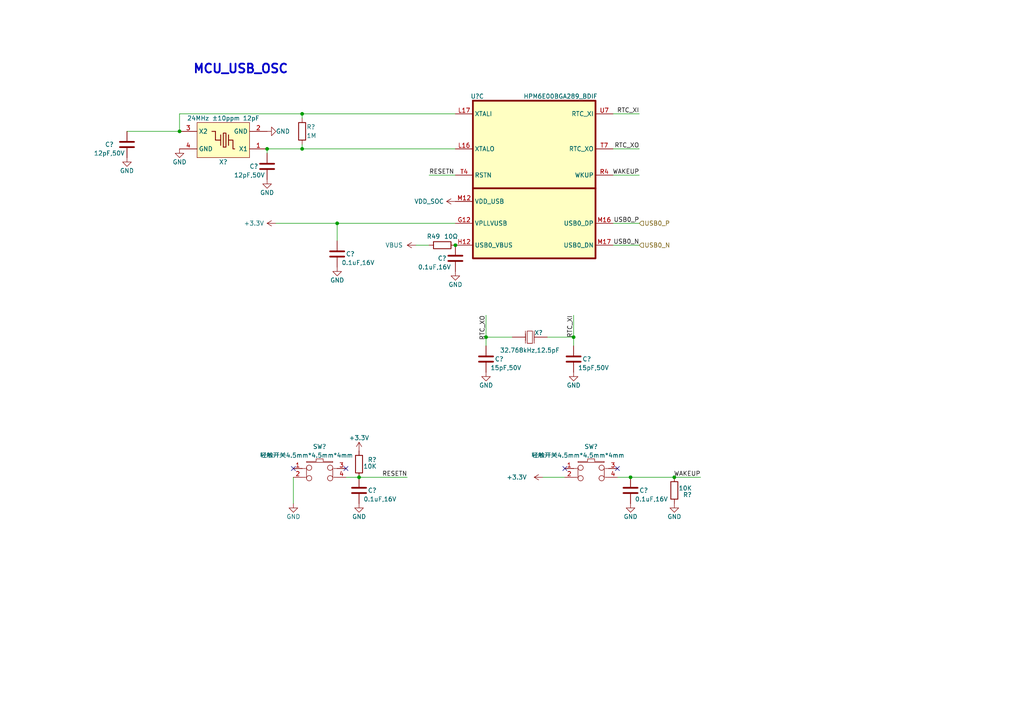
<source format=kicad_sch>
(kicad_sch (version 20230121) (generator eeschema)
  (paper "A4")
  (title_block (title "HPM6E00FULLPORTRevB") (date "2024-09-12") (rev "RevA") (comment 1 "MCU_USB_OSC"))
  (junction (at 104.14 138.43))
  (junction (at 195.58 138.43))
  (junction (at 140.97 97.79))
  (junction (at 87.63 43.18))
  (junction (at 77.47 43.18))
  (junction (at 52.07 38.1))
  (junction (at 182.88 138.43))
  (junction (at 166.37 97.79))
  (junction (at 132.08 71.12))
  (junction (at 87.63 33.02))
  (junction (at 97.79 64.77))
  (no_connect (at 179.07 135.89))
  (no_connect (at 163.83 135.89))
  (no_connect (at 85.09 135.89))
  (no_connect (at 100.33 135.89))
  (wire (pts (xy 140.97 100.33) (xy 140.97 97.79)))
  (wire (pts (xy 87.63 34.29) (xy 87.63 33.02)))
  (wire (pts (xy 177.8 43.18) (xy 185.42 43.18)))
  (wire (pts (xy 87.63 43.18) (xy 132.08 43.18)))
  (wire (pts (xy 166.37 97.79) (xy 166.37 100.33)))
  (wire (pts (xy 97.79 64.77) (xy 132.08 64.77)))
  (wire (pts (xy 157.48 138.43) (xy 163.83 138.43)))
  (wire (pts (xy 36.83 38.1) (xy 52.07 38.1)))
  (wire (pts (xy 140.97 91.44) (xy 140.97 97.79)) (stroke (width 0.15)))
  (wire (pts (xy 85.09 138.43) (xy 85.09 146.05)))
  (wire (pts (xy 97.79 69.85) (xy 97.79 64.77)))
  (wire (pts (xy 185.42 64.77) (xy 177.8 64.77)))
  (wire (pts (xy 52.07 33.02) (xy 87.63 33.02)))
  (wire (pts (xy 166.37 97.79) (xy 166.37 91.44)) (stroke (width 0.15)))
  (wire (pts (xy 182.88 138.43) (xy 195.58 138.43)))
  (wire (pts (xy 52.07 38.1) (xy 52.07 33.02)))
  (wire (pts (xy 185.42 50.8) (xy 177.8 50.8)))
  (wire (pts (xy 124.46 50.8) (xy 132.08 50.8)))
  (wire (pts (xy 140.97 97.79) (xy 148.59 97.79)) (stroke (width 0.15)))
  (wire (pts (xy 120.65 71.12) (xy 124.46 71.12)))
  (wire (pts (xy 179.07 138.43) (xy 182.88 138.43)))
  (wire (pts (xy 100.33 138.43) (xy 104.14 138.43)))
  (wire (pts (xy 185.42 33.02) (xy 177.8 33.02)))
  (wire (pts (xy 158.75 97.79) (xy 166.37 97.79)) (stroke (width 0.15)))
  (wire (pts (xy 80.01 64.77) (xy 97.79 64.77)))
  (wire (pts (xy 77.47 43.18) (xy 87.63 43.18)))
  (wire (pts (xy 185.42 71.12) (xy 177.8 71.12)))
  (wire (pts (xy 77.47 44.45) (xy 77.47 43.18)))
  (wire (pts (xy 87.63 41.91) (xy 87.63 43.18)))
  (wire (pts (xy 87.63 33.02) (xy 132.08 33.02)))
  (wire (pts (xy 203.2 138.43) (xy 195.58 138.43)))
  (wire (pts (xy 104.14 138.43) (xy 118.11 138.43)))
  (text "MCU_USB_OSC" (at 55.88 21.59 0) (effects (font (size 2.54 2.54) (thickness 0.508) bold) (justify left bottom)))
  (label "USB0_P" (at 185.42 64.77 180))
  (label "RTC_XI" (at 166.37 91.44 270))
  (label "RTC_XI" (at 185.42 33.02 180))
  (label "RESETN" (at 124.46 50.8 0))
  (label "WAKEUP" (at 185.42 50.8 180))
  (label "WAKEUP" (at 203.2 138.43 180))
  (label "RESETN" (at 118.11 138.43 180))
  (label "RTC_XO" (at 185.42 43.18 180))
  (label "USB0_N" (at 185.42 71.12 180))
  (label "RTC_XO" (at 140.97 91.44 270))
  (hierarchical_label "USB0_P" (shape input) (at 185.42 64.77 0))
  (hierarchical_label "USB0_N" (shape input) (at 185.42 71.12 0))
  (symbol (lib_id "power:GND") (at 195.58 146.05 0) (unit 1)
    (property "Reference" "#PWR?" (effects hide))
    (property "Value" "GND" (at 193.548 149.86 0) (effects (justify left)))
    (instances (project "HPM5300-USB-OSC" (path "" (reference "#PWR?") (unit 1))) (project "HPM6E00 SKT Board BGA289_BDIF REVA" (path "" (reference "#PWR?") (unit 1))) (project "HPM6E00FULLPORTRevB" (path "" (reference "#PWR046") (unit 1))) (project "HPM5300 SKT Board LQFP100 REVA" (path "" (reference "#PWR?") (unit 1))))
  )
  (symbol (lib_id "03_HPM_Capacitance:12pF,50V_0402") (at 77.47 48.26 0) (mirror y) (unit 1)
    (property "Reference" "C?" (at 74.93 48.26 0) (effects (justify left)))
    (property "Value" "12pF,50V" (at 76.835 50.8 0) (effects (justify left)))
    (property "Footprint" "03_HPM_Capacitance:C_0402_1005Metric" (effects hide))
    (property "Model" "CC0402JRNPO9BN120" (effects hide))
    (property "Company" " YAGEO(国巨)" (effects hide))
    (instances (project "HPM5300-USB-OSC" (path "" (reference "C?") (unit 1))) (project "HPM6E00 SKT Board BGA289_BDIF REVA" (path "" (reference "C?") (unit 1))) (project "HPM6E00FULLPORTRevB" (path "" (reference "C20") (unit 1))) (project "HPM5300 SKT Board LQFP100 REVA" (path "" (reference "C?") (unit 1))))
  )
  (symbol (lib_id "98_POWER:GND") (at 104.14 146.05 0) (unit 1)
    (property "Reference" "#PWR?" (effects hide))
    (property "Value" "GND" (at 102.108 149.86 0) (effects (justify left)))
    (instances (project "HPM5300-USB-OSC" (path "" (reference "#PWR?") (unit 1))) (project "HPM6E00FULLPORTRevB" (path "" (reference "#PWR040") (unit 1))) (project "HPM5300 EVK REVC" (path "" (reference "#PWR?") (unit 1))))
  )
  (symbol (lib_id "11_HPM_Oscillator:32.768kHz,12.5pF,20PPM") (at 153.67 97.79 0) (unit 1)
    (property "Reference" "X?" (at 156.21 96.52 0))
    (property "Value" "32.768kHz,12.5pF" (at 153.67 101.6 0))
    (property "Footprint" "09_HPM_Oscillator:3215" (effects hide))
    (property "Model" " FC-135 32.7680KA-AC" (effects hide))
    (property "Company" "EPSON(爱普生)" (effects hide))
    (instances (project "HPM6E00 SKT Board BGA289_BDIF REVA" (path "" (reference "X?") (unit 1))) (project "HPM6E00FULLPORTRevB" (path "" (reference "X2") (unit 1))))
  )
  (symbol (lib_id "03_HPM_Capacitance:15pF,50V_0402") (at 140.97 104.14 0) (unit 1)
    (property "Reference" "C?" (at 143.51 104.14 0) (effects (justify left)))
    (property "Value" "15pF,50V" (at 142.24 106.68 0) (effects (justify left)))
    (property "Footprint" "03_HPM_Capacitance:C_0402_1005Metric" (effects hide))
    (property "Model" " CL05C150JB5NNNC" (effects hide))
    (property "Company" "SAMSUNG(三星)\n" (effects hide))
    (instances (project "HPM6E00 SKT Board BGA289_BDIF REVA" (path "" (reference "C?") (unit 1))) (project "HPM6E00FULLPORTRevB" (path "" (reference "C24") (unit 1))))
  )
  (symbol (lib_id "99_HPM:HPM6E00BGA289_BDIF") (at 137.16 29.21 0) (unit 3)
    (property "Reference" "U?" (at 138.43 27.94 0))
    (property "Value" "HPM6E00BGA289_BDIF" (at 162.56 27.94 0))
    (property "Footprint" "00_HPM_Library:BGA-289_17x17_14.0x14.0mm" (effects hide))
    (instances (project "HPM6E00 SKT Board BGA289_BDIF REVA" (path "" (reference "U?") (unit 3))) (project "HPM6E00FULLPORTRevB" (path "" (reference "U2") (unit 3))))
  )
  (symbol (lib_id "power:GND") (at 140.97 107.95 0) (unit 1)
    (property "Reference" "#PWR?" (effects hide))
    (property "Value" "GND" (at 138.938 111.76 0) (effects (justify left)))
    (instances (project "HPM5300-USB-OSC" (path "" (reference "#PWR?") (unit 1))) (project "HPM6E00 SKT Board BGA289_BDIF REVA" (path "" (reference "#PWR?") (unit 1))) (project "HPM6E00FULLPORTRevB" (path "" (reference "#PWR043") (unit 1))) (project "HPM5300 SKT Board LQFP100 REVA" (path "" (reference "#PWR?") (unit 1))))
  )
  (symbol (lib_id "02_HPM_Resistor:10K_0402") (at 104.14 134.62 270) (unit 1)
    (property "Reference" "R?" (at 107.95 133.35 90))
    (property "Value" "10K" (at 107.315 135.255 90))
    (property "Footprint" "02_HPM_Resistor:R_0402_1005Metric" (effects hide))
    (property "Model" "0402WGF1002TCE" (effects hide))
    (property "Company" "UNI-ROYAL(厚声)" (effects hide))
    (instances (project "HPM5300-USB-OSC" (path "" (reference "R?") (unit 1))) (project "HPM6E00FULLPORTRevB" (path "" (reference "R48") (unit 1))) (project "HPM5300 EVK REVC" (path "" (reference "R?") (unit 1))))
  )
  (symbol (lib_id "03_HPM_Capacitance:0.1uF,16V_0402") (at 97.79 73.66 0) (unit 1)
    (property "Reference" "C?" (at 100.33 73.66 0) (effects (justify left)))
    (property "Value" "0.1uF,16V" (at 99.06 76.2 0) (effects (justify left)))
    (property "Footprint" "03_HPM_Capacitance:C_0402_1005Metric" (effects hide))
    (property "Model" "CL05B104KO5NNNC" (effects hide))
    (property "Company" "SAMSUNG(三星)" (effects hide))
    (instances (project "HPM5300-USB-OSC" (path "" (reference "C?") (unit 1))) (project "HPM6E00 SKT Board BGA289_BDIF REVA" (path "" (reference "C?") (unit 1))) (project "HPM6E00FULLPORTRevB" (path "" (reference "C21") (unit 1))) (project "HPM5300 SKT Board LQFP100 REVA" (path "" (reference "C?") (unit 1))))
  )
  (symbol (lib_id "power:GND") (at 52.07 43.18 0) (unit 1)
    (property "Reference" "#PWR?" (effects hide))
    (property "Value" "GND" (at 50.038 46.99 0) (effects (justify left)))
    (instances (project "HPM5300-USB-OSC" (path "" (reference "#PWR?") (unit 1))) (project "HPM6E00 SKT Board BGA289_BDIF REVA" (path "" (reference "#PWR?") (unit 1))) (project "HPM6E00FULLPORTRevB" (path "" (reference "#PWR033") (unit 1))) (project "HPM5300 SKT Board LQFP100 REVA" (path "" (reference "#PWR?") (unit 1))))
  )
  (symbol (lib_id "power:GND") (at 132.08 78.74 0) (unit 1)
    (property "Reference" "#PWR?" (effects hide))
    (property "Value" "GND" (at 130.048 82.55 0) (effects (justify left)))
    (instances (project "HPM5300-USB-OSC" (path "" (reference "#PWR?") (unit 1))) (project "HPM6E00 SKT Board BGA289_BDIF REVA" (path "" (reference "#PWR?") (unit 1))) (project "HPM6E00FULLPORTRevB" (path "" (reference "#PWR042") (unit 1))) (project "HPM5300 SKT Board LQFP100 REVA" (path "" (reference "#PWR?") (unit 1))))
  )
  (symbol (lib_id "power:+3.3V") (at 104.14 130.81 0) (unit 1)
    (property "Reference" "#PWR?" (effects hide))
    (property "Value" "+3.3V" (at 104.14 127 0))
    (instances (project "HPM5300-USB-OSC" (path "" (reference "#PWR?") (unit 1))) (project "HPM6E00FULLPORTRevB" (path "" (reference "#PWR039") (unit 1))) (project "HPM5300 EVK REVC" (path "" (reference "#PWR?") (unit 1))))
  )
  (symbol (lib_id "power:+3.3V") (at 80.01 64.77 90) (unit 1)
    (property "Reference" "#PWR?" (effects hide))
    (property "Value" "+3.3V" (at 73.66 64.77 90))
    (instances (project "HPM5300-USB-OSC" (path "" (reference "#PWR?") (unit 1))) (project "HPM6E00 SKT Board BGA289_BDIF REVA" (path "" (reference "#PWR?") (unit 1))) (project "HPM6E00FULLPORTRevB" (path "" (reference "#PWR036") (unit 1))) (project "HPM5300 SKT Board LQFP100 REVA" (path "" (reference "#PWR?") (unit 1))))
  )
  (symbol (lib_id "03_HPM_Capacitance:12pF,50V_0402") (at 36.83 41.91 0) (mirror y) (unit 1)
    (property "Reference" "C?" (at 33.02 41.91 0) (effects (justify left)))
    (property "Value" "12pF,50V" (at 36.195 44.45 0) (effects (justify left)))
    (property "Footprint" "03_HPM_Capacitance:C_0402_1005Metric" (effects hide))
    (property "Model" "CC0402JRNPO9BN120" (effects hide))
    (property "Company" " YAGEO(国巨)" (effects hide))
    (instances (project "HPM5300-USB-OSC" (path "" (reference "C?") (unit 1))) (project "HPM6E00 SKT Board BGA289_BDIF REVA" (path "" (reference "C?") (unit 1))) (project "HPM6E00FULLPORTRevB" (path "" (reference "C19") (unit 1))) (project "HPM5300 SKT Board LQFP100 REVA" (path "" (reference "C?") (unit 1))))
  )
  (symbol (lib_id "01-HPM-Peripheral:轻触开关4.5mm*4.5mm*4mm") (at 92.71 135.89 0) (unit 1)
    (property "Reference" "SW?" (at 92.71 129.54 0))
    (property "Value" "轻触开关4.5mm*4.5mm*4mm" (at 88.9 132.08 0))
    (property "Footprint" "01_HPM_Peripheral:轻触开关SMD-4P,4.5x4.5mm" (effects hide))
    (property "Model" " TS4540TP" (effects hide))
    (property "Company" "SHOU HAN(首韩)" (effects hide))
    (instances (project "HPM5300-USB-OSC" (path "" (reference "SW?") (unit 1))) (project "HPM6E00FULLPORTRevB" (path "" (reference "SW2") (unit 1))) (project "HPM5300 EVK REVC" (path "" (reference "SW?") (unit 1))))
  )
  (symbol (lib_id "03_HPM_Capacitance:0.1uF,16V_0402") (at 104.14 142.24 0) (unit 1)
    (property "Reference" "C?" (at 106.68 142.24 0) (effects (justify left)))
    (property "Value" "0.1uF,16V" (at 105.41 144.78 0) (effects (justify left)))
    (property "Footprint" "03_HPM_Capacitance:C_0402_1005Metric" (effects hide))
    (property "Model" "CL05B104KO5NNNC" (effects hide))
    (property "Company" "SAMSUNG(三星)" (effects hide))
    (instances (project "HPM5300-USB-OSC" (path "" (reference "C?") (unit 1))) (project "HPM6E00FULLPORTRevB" (path "" (reference "C22") (unit 1))) (project "HPM5300 EVK REVC" (path "" (reference "C?") (unit 1))))
  )
  (symbol (lib_id "power:GND") (at 77.47 52.07 0) (mirror y) (unit 1)
    (property "Reference" "#PWR?" (effects hide))
    (property "Value" "GND" (at 79.502 55.88 0) (effects (justify left)))
    (instances (project "HPM5300-USB-OSC" (path "" (reference "#PWR?") (unit 1))) (project "HPM6E00 SKT Board BGA289_BDIF REVA" (path "" (reference "#PWR?") (unit 1))) (project "HPM6E00FULLPORTRevB" (path "" (reference "#PWR035") (unit 1))) (project "HPM5300 SKT Board LQFP100 REVA" (path "" (reference "#PWR?") (unit 1))))
  )
  (symbol (lib_id "power:GND") (at 36.83 45.72 0) (mirror y) (unit 1)
    (property "Reference" "#PWR?" (effects hide))
    (property "Value" "GND" (at 38.862 49.53 0) (effects (justify left)))
    (instances (project "HPM5300-USB-OSC" (path "" (reference "#PWR?") (unit 1))) (project "HPM6E00 SKT Board BGA289_BDIF REVA" (path "" (reference "#PWR?") (unit 1))) (project "HPM6E00FULLPORTRevB" (path "" (reference "#PWR032") (unit 1))) (project "HPM5300 SKT Board LQFP100 REVA" (path "" (reference "#PWR?") (unit 1))))
  )
  (symbol (lib_id "98_POWER:VDD_SOC") (at 132.08 58.42 90) (unit 1)
    (property "Reference" "#VDD_SOC_PWR?" (effects hide))
    (property "Value" "VDD_SOC" (at 124.46 58.42 90))
    (instances (project "HPM5300-POWER" (path "" (reference "#VDD_SOC_PWR?") (unit 1))) (project "HPM6E00 SKT Board BGA289_BDIF REVA" (path "" (reference "#VDD_SOC_PWR?") (unit 1)) (path "" (reference "#VDD_SOC_PWR?") (unit 1))) (project "HPM6E00FULLPORTRevB" (path "" (reference "#VDD_SOC_PWR03") (unit 1))) (project "HPM5300 SKT Board LQFP100 REVA" (path "" (reference "#VDD_SOC_PWR?") (unit 1))))
  )
  (symbol (lib_id "power:GND") (at 77.47 38.1 90) (unit 1)
    (property "Reference" "#PWR?" (effects hide))
    (property "Value" "GND" (at 80.01 38.1 90) (effects (justify right)))
    (instances (project "HPM5300-USB-OSC" (path "" (reference "#PWR?") (unit 1))) (project "HPM6E00 SKT Board BGA289_BDIF REVA" (path "" (reference "#PWR?") (unit 1))) (project "HPM6E00FULLPORTRevB" (path "" (reference "#PWR034") (unit 1))) (project "HPM5300 SKT Board LQFP100 REVA" (path "" (reference "#PWR?") (unit 1))))
  )
  (symbol (lib_id "03_HPM_Capacitance:15pF,50V_0402") (at 166.37 104.14 0) (unit 1)
    (property "Reference" "C?" (at 168.91 104.14 0) (effects (justify left)))
    (property "Value" "15pF,50V" (at 167.64 106.68 0) (effects (justify left)))
    (property "Footprint" "03_HPM_Capacitance:C_0402_1005Metric" (effects hide))
    (property "Model" " CL05C150JB5NNNC" (effects hide))
    (property "Company" "SAMSUNG(三星)\n" (effects hide))
    (instances (project "HPM6E00 SKT Board BGA289_BDIF REVA" (path "" (reference "C?") (unit 1))) (project "HPM6E00FULLPORTRevB" (path "" (reference "C25") (unit 1))))
  )
  (symbol (lib_id "power:GND") (at 166.37 107.95 0) (unit 1)
    (property "Reference" "#PWR?" (effects hide))
    (property "Value" "GND" (at 164.338 111.76 0) (effects (justify left)))
    (instances (project "HPM5300-USB-OSC" (path "" (reference "#PWR?") (unit 1))) (project "HPM6E00 SKT Board BGA289_BDIF REVA" (path "" (reference "#PWR?") (unit 1))) (project "HPM6E00FULLPORTRevB" (path "" (reference "#PWR045") (unit 1))) (project "HPM5300 SKT Board LQFP100 REVA" (path "" (reference "#PWR?") (unit 1))))
  )
  (symbol (lib_id "02_HPM_Resistor:10Ω_0402") (at 128.27 71.12 0) (unit 1)
    (property "Reference" "R49" (at 125.73 68.58 0))
    (property "Value" "10Ω" (at 130.81 68.58 0))
    (property "Footprint" "02_HPM_Resistor:R_0402_1005Metric" (effects hide))
    (property "Model" "0402WGF100JTCE" (effects hide))
    (property "Company" "UNI-ROYAL(厚声)" (effects hide))
  )
  (symbol (lib_id "03_HPM_Capacitance:0.1uF,16V_0402") (at 132.08 74.93 0) (mirror y) (unit 1)
    (property "Reference" "C?" (at 129.54 74.93 0) (effects (justify left)))
    (property "Value" "0.1uF,16V" (at 130.81 77.47 0) (effects (justify left)))
    (property "Footprint" "03_HPM_Capacitance:C_0402_1005Metric" (effects hide))
    (property "Model" "CL05B104KO5NNNC" (effects hide))
    (property "Company" "SAMSUNG(三星)" (effects hide))
    (instances (project "HPM5300-USB-OSC" (path "" (reference "C?") (unit 1))) (project "HPM6E00 SKT Board BGA289_BDIF REVA" (path "" (reference "C?") (unit 1))) (project "HPM6E00FULLPORTRevB" (path "" (reference "C23") (unit 1))) (project "HPM5300 SKT Board LQFP100 REVA" (path "" (reference "C?") (unit 1))))
  )
  (symbol (lib_id "11_HPM_Oscillator:24MHz ±10ppm 12pF") (at 52.07 35.56 0) (unit 1)
    (property "Reference" "X?" (at 64.77 46.99 0))
    (property "Value" "24MHz ±10ppm 12pF" (at 64.77 34.29 0))
    (property "Footprint" "09_HPM_Oscillator:3225" (effects hide))
    (property "Model" " X1E0000210129" (effects hide))
    (property "Company" "EPSON(爱普生)" (effects hide))
    (instances (project "HPM5300-USB-OSC" (path "" (reference "X?") (unit 1))) (project "HPM6E00 SKT Board BGA289_BDIF REVA" (path "" (reference "X?") (unit 1))) (project "HPM6E00FULLPORTRevB" (path "" (reference "X1") (unit 1))) (project "HPM5300 SKT Board LQFP100 REVA" (path "" (reference "X?") (unit 1))))
  )
  (symbol (lib_id "power:GND") (at 97.79 77.47 0) (unit 1)
    (property "Reference" "#PWR?" (effects hide))
    (property "Value" "GND" (at 95.758 81.28 0) (effects (justify left)))
    (instances (project "HPM5300-USB-OSC" (path "" (reference "#PWR?") (unit 1))) (project "HPM6E00 SKT Board BGA289_BDIF REVA" (path "" (reference "#PWR?") (unit 1))) (project "HPM6E00FULLPORTRevB" (path "" (reference "#PWR038") (unit 1))) (project "HPM5300 SKT Board LQFP100 REVA" (path "" (reference "#PWR?") (unit 1))))
  )
  (symbol (lib_id "power:+3.3V") (at 157.48 138.43 90) (mirror x) (unit 1)
    (property "Reference" "#PWR?" (effects hide))
    (property "Value" "+3.3V" (at 149.86 138.43 90))
    (instances (project "HPM5300-USB-OSC" (path "" (reference "#PWR?") (unit 1))) (project "HPM6E00 SKT Board BGA289_BDIF REVA" (path "" (reference "#PWR?") (unit 1))) (project "HPM6E00FULLPORTRevB" (path "" (reference "#PWR044") (unit 1))) (project "HPM5300 SKT Board LQFP100 REVA" (path "" (reference "#PWR?") (unit 1))))
  )
  (symbol (lib_id "01-HPM-Peripheral:轻触开关4.5mm*4.5mm*4mm") (at 171.45 135.89 0) (unit 1)
    (property "Reference" "SW?" (at 171.45 129.54 0))
    (property "Value" "轻触开关4.5mm*4.5mm*4mm" (at 167.64 132.08 0))
    (property "Footprint" "01_HPM_Peripheral:轻触开关SMD-4P,4.5x4.5mm" (effects hide))
    (property "Model" " TS4540TP" (effects hide))
    (property "Company" "SHOU HAN(首韩)" (effects hide))
    (instances (project "HPM5300-USB-OSC" (path "" (reference "SW?") (unit 1))) (project "HPM6E00 SKT Board BGA289_BDIF REVA" (path "" (reference "SW?") (unit 1))) (project "HPM6E00FULLPORTRevB" (path "" (reference "SW3") (unit 1))) (project "HPM5300 SKT Board LQFP100 REVA" (path "" (reference "SW?") (unit 1))))
  )
  (symbol (lib_id "98_POWER:GND") (at 85.09 146.05 0) (unit 1)
    (property "Reference" "#PWR?" (effects hide))
    (property "Value" "GND" (at 83.058 149.86 0) (effects (justify left)))
    (instances (project "HPM5300-USB-OSC" (path "" (reference "#PWR?") (unit 1))) (project "HPM6E00FULLPORTRevB" (path "" (reference "#PWR037") (unit 1))) (project "HPM5300 EVK REVC" (path "" (reference "#PWR?") (unit 1))))
  )
  (symbol (lib_id "power:GND") (at 182.88 146.05 0) (unit 1)
    (property "Reference" "#PWR?" (effects hide))
    (property "Value" "GND" (at 180.848 149.86 0) (effects (justify left)))
    (instances (project "HPM5300-USB-OSC" (path "" (reference "#PWR?") (unit 1))) (project "HPM6E00 SKT Board BGA289_BDIF REVA" (path "" (reference "#PWR?") (unit 1))) (project "HPM6E00FULLPORTRevB" (path "" (reference "#PWR047") (unit 1))) (project "HPM5300 SKT Board LQFP100 REVA" (path "" (reference "#PWR?") (unit 1))))
  )
  (symbol (lib_id "power:VBUS") (at 120.65 71.12 90) (unit 1)
    (property "Reference" "#PWR?" (effects hide))
    (property "Value" "VBUS" (at 114.3 71.12 90))
    (instances (project "HPM5300-USB-OSC" (path "" (reference "#PWR?") (unit 1))) (project "HPM6E00 SKT Board BGA289_BDIF REVA" (path "" (reference "#PWR?") (unit 1))) (project "HPM6E00FULLPORTRevB" (path "" (reference "#PWR041") (unit 1))) (project "HPM5300 SKT Board LQFP100 REVA" (path "" (reference "#PWR?") (unit 1))))
  )
  (symbol (lib_id "03_HPM_Capacitance:0.1uF,16V_0402") (at 182.88 142.24 0) (unit 1)
    (property "Reference" "C?" (at 185.42 142.24 0) (effects (justify left)))
    (property "Value" "0.1uF,16V" (at 184.15 144.78 0) (effects (justify left)))
    (property "Footprint" "03_HPM_Capacitance:C_0402_1005Metric" (effects hide))
    (property "Model" "CL05B104KO5NNNC" (effects hide))
    (property "Company" "SAMSUNG(三星)" (effects hide))
    (instances (project "HPM5300-USB-OSC" (path "" (reference "C?") (unit 1))) (project "HPM6E00 SKT Board BGA289_BDIF REVA" (path "" (reference "C?") (unit 1))) (project "HPM6E00FULLPORTRevB" (path "" (reference "C26") (unit 1))) (project "HPM5300 SKT Board LQFP100 REVA" (path "" (reference "C?") (unit 1))))
  )
  (symbol (lib_id "02_HPM_Resistor:1M_0402") (at 87.63 38.1 90) (unit 1)
    (property "Reference" "R?" (at 88.9 36.83 90) (effects (justify right)))
    (property "Value" "1M" (at 88.9 39.37 90) (effects (justify right)))
    (property "Footprint" "02_HPM_Resistor:R_0402_1005Metric" (effects hide))
    (property "Model" "CQ02WGJ0105TCE" (effects hide))
    (property "Company" "UNI-ROYAL(厚声)" (effects hide))
    (instances (project "HPM5300-USB-OSC" (path "" (reference "R?") (unit 1))) (project "HPM6E00 SKT Board BGA289_BDIF REVA" (path "" (reference "R?") (unit 1))) (project "HPM6E00FULLPORTRevB" (path "" (reference "R46") (unit 1))) (project "HPM5300 SKT Board LQFP100 REVA" (path "" (reference "R?") (unit 1))))
  )
  (symbol (lib_id "02_HPM_Resistor:10K_0402") (at 195.58 142.24 270) (mirror x) (unit 1)
    (property "Reference" "R?" (at 199.39 143.51 90))
    (property "Value" "10K" (at 198.755 141.605 90))
    (property "Footprint" "02_HPM_Resistor:R_0402_1005Metric" (effects hide))
    (property "Model" "0402WGF1002TCE" (effects hide))
    (property "Company" "UNI-ROYAL(厚声)" (effects hide))
    (instances (project "HPM5300-USB-OSC" (path "" (reference "R?") (unit 1))) (project "HPM6E00 SKT Board BGA289_BDIF REVA" (path "" (reference "R?") (unit 1))) (project "HPM6E00FULLPORTRevB" (path "" (reference "R50") (unit 1))) (project "HPM5300 SKT Board LQFP100 REVA" (path "" (reference "R?") (unit 1))))
  )
)
</source>
